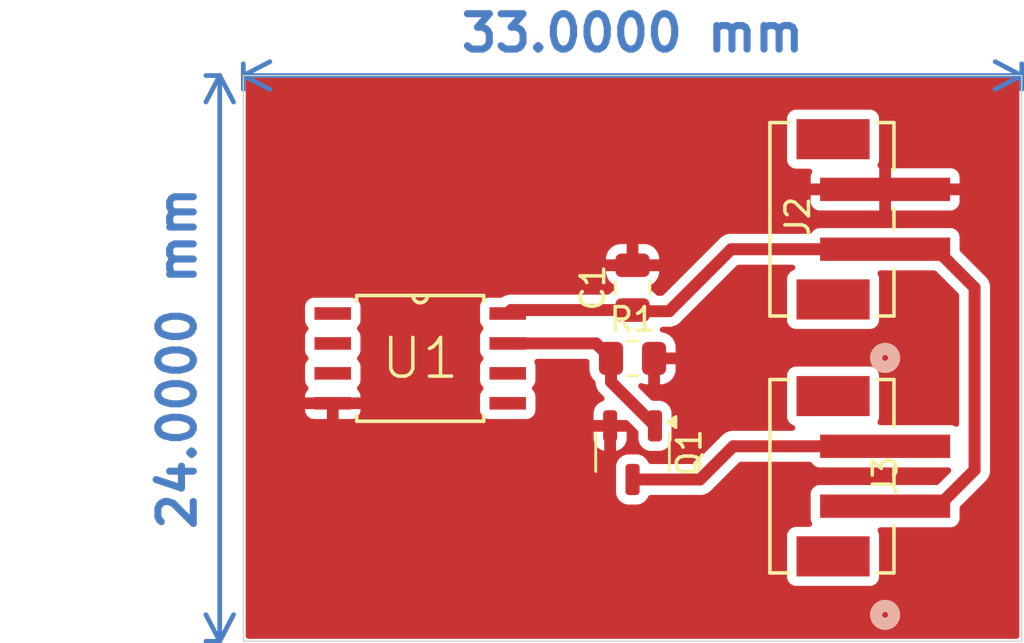
<source format=kicad_pcb>
(kicad_pcb (version 20240108) (generator "pcbnew") (generator_version "8.0")
  (layers (0 "F.Cu" signal) (31 "B.Cu" signal) (34 "B.Paste" user) (35 "F.Paste" user) (36 "B.SilkS" user "B.Silkscreen") (37 "F.SilkS" user "F.Silkscreen") (38 "B.Mask" user) (39 "F.Mask" user) (44 "Edge.Cuts" user))
  (net 0 "")
  (net 1 "/Vin")
  (net 2 "GND")
  (net 3 "/analog_read")
  (net 4 "Net-(Q1-D)")
  (net 5 "/signal")
  (net 6 "/buzzer")
  (footprint "Capacitor_SMD:C_0805_2012Metric" (layer "F.Cu") (at 52 31.5 90)
    (property "Reference" "C1" (at 0 -1.68 -90) (layer "F.SilkS"))
    (property "Value" "2.2uF")
    (fp_line (start -0.261252 -0.735) (end 0.261252 -0.735) (stroke (width 0.12)) (layer "F.SilkS"))
    (fp_line (start -0.261252 0.735) (end 0.261252 0.735) (stroke (width 0.12)) (layer "F.SilkS"))
    (pad "1" smd roundrect (at -0.95 0 90) (size 1 1.45) (layers "F.Cu" "F.Paste" "F.Mask") (net 1 "/Vin"))
    (pad "2" smd roundrect (at 0.95 0 90) (size 1 1.45) (layers "F.Cu" "F.Paste" "F.Mask") (net 2 "GND"))
  )
  (footprint "attiny85:ATTINY85-20SUR" (layer "F.Cu") (at 43 34.5)
    (property "Reference" "U1" (at 0 0 0) (layer "F.SilkS") (effects (font (size 1.642354 1.642354))))
    (property "Value" "ATTINY85-20SUR")
    (fp_line (start -2.6924 -2.667) (end -2.6924 -2.413) (stroke (width 0.1524)) (layer "F.SilkS"))
    (fp_line (start -2.6924 2.413) (end -2.6924 2.667) (stroke (width 0.1524)) (layer "F.SilkS"))
    (fp_line (start -2.6924 2.667) (end 2.6924 2.667) (stroke (width 0.1524)) (layer "F.SilkS"))
    (fp_line (start -0.3048 -2.667) (end -2.6924 -2.667) (stroke (width 0.1524)) (layer "F.SilkS"))
    (fp_line (start 0.3048 -2.667) (end -0.3048 -2.667) (stroke (width 0.1524)) (layer "F.SilkS"))
    (fp_line (start 2.6924 -2.667) (end 0.3048 -2.667) (stroke (width 0.1524)) (layer "F.SilkS"))
    (fp_line (start 2.6924 -2.413) (end 2.6924 -2.667) (stroke (width 0.1524)) (layer "F.SilkS"))
    (fp_line (start 2.6924 2.667) (end 2.6924 2.413) (stroke (width 0.1524)) (layer "F.SilkS"))
    (fp_arc (start 0.3048 -2.667) (mid 0 -2.3622) (end -0.3048 -2.667) (stroke (width 0.1524)) (layer "F.SilkS"))
    (fp_arc (start 0.3048 -2.667) (mid 0 -2.3622) (end -0.3048 -2.667) (stroke (width 0.1524)) (layer "F.SilkS"))
    (pad "1" smd rect (at -3.7084 -1.905) (size 1.5494 0.5334) (layers "F.Cu" "F.Paste" "F.Mask"))
    (pad "2" smd rect (at -3.7084 -0.635) (size 1.5494 0.5334) (layers "F.Cu" "F.Paste" "F.Mask") (net 3 "/analog_read"))
    (pad "3" smd rect (at -3.7084 0.635) (size 1.5494 0.5334) (layers "F.Cu" "F.Paste" "F.Mask"))
    (pad "4" smd rect (at -3.7084 1.905) (size 1.5494 0.5334) (layers "F.Cu" "F.Paste" "F.Mask") (net 2 "GND"))
    (pad "5" smd rect (at 3.7084 1.905) (size 1.5494 0.5334) (layers "F.Cu" "F.Paste" "F.Mask"))
    (pad "6" smd rect (at 3.7084 0.635) (size 1.5494 0.5334) (layers "F.Cu" "F.Paste" "F.Mask") (net 6 "/buzzer"))
    (pad "7" smd rect (at 3.7084 -0.635) (size 1.5494 0.5334) (layers "F.Cu" "F.Paste" "F.Mask") (net 5 "/signal"))
    (pad "8" smd rect (at 3.7084 -1.905) (size 1.5494 0.5334) (layers "F.Cu" "F.Paste" "F.Mask") (net 1 "/Vin"))
  )
  (footprint "Package_TO_SOT_SMD:SOT-23-3" (layer "F.Cu") (at 52 38.5 -90)
    (property "Reference" "Q1" (at 0 -2.4 90) (layer "F.SilkS"))
    (property "Value" "AO3400A")
    (fp_line (start 0 1.56) (end -0.8 1.56) (stroke (width 0.12)) (layer "F.SilkS"))
    (fp_line (start 0 1.56) (end 0.8 1.56) (stroke (width 0.12)) (layer "F.SilkS"))
    (fp_line (start 0 -1.56) (end -0.8 -1.56) (stroke (width 0.12)) (layer "F.SilkS"))
    (fp_line (start 0 -1.56) (end 0.8 -1.56) (stroke (width 0.12)) (layer "F.SilkS"))
    (fp_poly (pts (xy -1.3 -1.51) (xy -1.54 -1.84) (xy -1.06 -1.84) (xy -1.3 -1.51)) (stroke (width 0.12)) (fill solid) (layer "F.SilkS"))
    (pad "1" smd roundrect (at -1.1375 -0.95 270) (size 1.325 0.6) (layers "F.Cu" "F.Paste" "F.Mask") (net 5 "/signal"))
    (pad "2" smd roundrect (at -1.1375 0.95 270) (size 1.325 0.6) (layers "F.Cu" "F.Paste" "F.Mask") (net 2 "GND"))
    (pad "3" smd roundrect (at 1.1375 0 270) (size 1.325 0.6) (layers "F.Cu" "F.Paste" "F.Mask") (net 4 "Net-(Q1-D)"))
  )
  (footprint "Resistor_SMD:R_0805_2012Metric" (layer "F.Cu") (at 52 34.5)
    (property "Reference" "R1" (at 0 -1.65 0) (layer "F.SilkS"))
    (property "Value" "10kOhm")
    (fp_line (start -0.227064 -0.735) (end 0.227064 -0.735) (stroke (width 0.12)) (layer "F.SilkS"))
    (fp_line (start -0.227064 0.735) (end 0.227064 0.735) (stroke (width 0.12)) (layer "F.SilkS"))
    (pad "1" smd roundrect (at -0.9125 0) (size 1.025 1.4) (layers "F.Cu" "F.Paste" "F.Mask") (roundrect_rratio 0.243902) (net 5 "/signal"))
    (pad "2" smd roundrect (at 0.9125 0) (size 1.025 1.4) (layers "F.Cu" "F.Paste" "F.Mask") (roundrect_rratio 0.243902) (net 2 "GND"))
  )
  (footprint "jst_ph:CONN2_B2B-PH-SM4_JST" (layer "F.Cu") (at 60.452901 39.5 90)
    (property "Reference" "J3" (at 0 2.2541 90) (layer "F.SilkS"))
    (property "Value" "B2B-PH-SM4-TBT LFSN" (hide yes))
    (fp_circle (center -5.8801 2.2541) (end -5.4991 2.2541) (stroke (width 0.508)) (fill none) (layer "B.SilkS"))
    (fp_line (start 4.1021 -2.6289) (end -4.1021 -2.6289) (stroke (width 0.1524)) (layer "F.SilkS"))
    (fp_line (start -4.1021 -2.6289) (end -4.1021 -1.835041) (stroke (width 0.1524)) (layer "F.SilkS"))
    (fp_line (start 4.1021 -1.835041) (end 4.1021 -2.6289) (stroke (width 0.1524)) (layer "F.SilkS"))
    (fp_line (start -4.1021 1.929239) (end -4.1021 2.6289) (stroke (width 0.1524)) (layer "F.SilkS"))
    (fp_line (start 4.1021 2.6289) (end 4.1021 1.929239) (stroke (width 0.1524)) (layer "F.SilkS"))
    (fp_line (start 2.09804 2.6289) (end 4.1021 2.6289) (stroke (width 0.1524)) (layer "F.SilkS"))
    (fp_line (start -0.44196 2.6289) (end 0.44196 2.6289) (stroke (width 0.1524)) (layer "F.SilkS"))
    (fp_line (start -4.1021 2.6289) (end -2.09804 2.6289) (stroke (width 0.1524)) (layer "F.SilkS"))
    (fp_circle (center -5.8801 2.2541) (end -5.4991 2.2541) (stroke (width 0.508)) (fill none) (layer "F.SilkS"))
    (pad "1" smd rect (at -1.27 2.2541 90) (size 0.9906 5.5118) (layers "F.Cu" "F.Paste" "F.Mask") (net 1 "/Vin"))
    (pad "2" smd rect (at 1.27 2.2541 90) (size 0.9906 5.5118) (layers "F.Cu" "F.Paste" "F.Mask") (net 4 "Net-(Q1-D)"))
    (pad "3" smd rect (at -3.399998 0.047099 90) (size 1.7018 3.0988) (layers "F.Cu" "F.Paste" "F.Mask"))
    (pad "4" smd rect (at 3.399998 0.047099 90) (size 1.7018 3.0988) (layers "F.Cu" "F.Paste" "F.Mask"))
  )
  (footprint "jst_ph:CONN2_B2B-PH-SM4_JST" (layer "F.Cu") (at 60.452901 28.600002 90)
    (property "Reference" "J2" (at 0.100002 -1.452901 90) (layer "F.SilkS"))
    (property "Value" "B2B-PH-SM4-TBT LFSN" (hide yes))
    (fp_circle (center -5.8801 2.2541) (end -5.4991 2.2541) (stroke (width 0.508)) (fill none) (layer "B.SilkS"))
    (fp_line (start 4.1021 -2.6289) (end -4.1021 -2.6289) (stroke (width 0.1524)) (layer "F.SilkS"))
    (fp_line (start -4.1021 -2.6289) (end -4.1021 -1.835041) (stroke (width 0.1524)) (layer "F.SilkS"))
    (fp_line (start 4.1021 -1.835041) (end 4.1021 -2.6289) (stroke (width 0.1524)) (layer "F.SilkS"))
    (fp_line (start -4.1021 1.929239) (end -4.1021 2.6289) (stroke (width 0.1524)) (layer "F.SilkS"))
    (fp_line (start 4.1021 2.6289) (end 4.1021 1.929239) (stroke (width 0.1524)) (layer "F.SilkS"))
    (fp_line (start 2.09804 2.6289) (end 4.1021 2.6289) (stroke (width 0.1524)) (layer "F.SilkS"))
    (fp_line (start -0.44196 2.6289) (end 0.44196 2.6289) (stroke (width 0.1524)) (layer "F.SilkS"))
    (fp_line (start -4.1021 2.6289) (end -2.09804 2.6289) (stroke (width 0.1524)) (layer "F.SilkS"))
    (fp_circle (center -5.8801 2.2541) (end -5.4991 2.2541) (stroke (width 0.508)) (fill none) (layer "F.SilkS"))
    (pad "1" smd rect (at -1.27 2.2541 90) (size 0.9906 5.5118) (layers "F.Cu" "F.Paste" "F.Mask") (net 1 "/Vin"))
    (pad "2" smd rect (at 1.27 2.2541 90) (size 0.9906 5.5118) (layers "F.Cu" "F.Paste" "F.Mask") (net 2 "GND"))
    (pad "3" smd rect (at -3.399998 0.047099 90) (size 1.7018 3.0988) (layers "F.Cu" "F.Paste" "F.Mask"))
    (pad "4" smd rect (at 3.399998 0.047099 90) (size 1.7018 3.0988) (layers "F.Cu" "F.Paste" "F.Mask"))
  )
  (gr_rect (start 35.5 22.5) (end 68.5 46.5) (stroke (width 0.05)) (fill none) (layer "Edge.Cuts"))
  (dimension (type aligned) (layer "B.Cu") (pts (xy 35 22.5) (xy 35 46.5)) (height 0.5) (gr_text "24.0000 mm" (at 32.7 34.5 90) (layer "B.Cu") (effects (font (size 1.5 1.5) (thickness 0.3)))) (format (prefix "") (suffix "") (units 3) (units_format 1) (precision 4)) (style (thickness 0.2) (arrow_length 1.27) (text_position_mode 0) (extension_height 0.58642) (extension_offset 0.5) keep_text_aligned))
  (dimension (type aligned) (layer "B.Cu") (pts (xy 35.5 21.5) (xy 68.5 21.5)) (height 1) (gr_text "33.0000 mm" (at 52 20.7 0) (layer "B.Cu") (effects (font (size 1.5 1.5) (thickness 0.3)))) (format (prefix "") (suffix "") (units 3) (units_format 1) (precision 4)) (style (thickness 0.2) (arrow_length 1.27) (text_position_mode 0) (extension_height 0.58642) (extension_offset 0.5) keep_text_aligned))
  (segment (start 52 32.45) (end 46.8534 32.45) (width 0.508) (layer "F.Cu") (net 1))
  (segment (start 66.5 31.5) (end 64.870002 29.870002) (width 0.508) (layer "F.Cu") (net 1))
  (segment (start 46.8534 32.45) (end 46.7084 32.595) (width 0.508) (layer "F.Cu") (net 1))
  (segment (start 64.870002 29.870002) (end 62.707001 29.870002) (width 0.508) (layer "F.Cu") (net 1))
  (segment (start 64.967601 40.77) (end 66.5 39.237601) (width 0.508) (layer "F.Cu") (net 1))
  (segment (start 56.179998 29.870002) (end 53.55 32.5) (width 0.508) (layer "F.Cu") (net 1))
  (segment (start 53.55 32.5) (end 52.05 32.5) (width 0.508) (layer "F.Cu") (net 1))
  (segment (start 66.5 39.237601) (end 66.5 31.5) (width 0.508) (layer "F.Cu") (net 1))
  (segment (start 62.707001 29.870002) (end 56.179998 29.870002) (width 0.508) (layer "F.Cu") (net 1))
  (segment (start 62.707001 40.77) (end 64.967601 40.77) (width 0.508) (layer "F.Cu") (net 1))
  (segment (start 52.05 32.5) (end 52 32.45) (width 0.508) (layer "F.Cu") (net 1))
  (segment (start 54.8625 39.6375) (end 56.27 38.23) (width 0.508) (layer "F.Cu") (net 4))
  (segment (start 52 39.6375) (end 54.8625 39.6375) (width 0.508) (layer "F.Cu") (net 4))
  (segment (start 56.27 38.23) (end 62.707001 38.23) (width 0.508) (layer "F.Cu") (net 4))
  (segment (start 46.7084 33.865) (end 50.4525 33.865) (width 0.508) (layer "F.Cu") (net 5))
  (segment (start 50.4525 33.865) (end 51.0875 34.5) (width 0.508) (layer "F.Cu") (net 5))
  (segment (start 51.0875 34.5) (end 51.0875 35.5) (width 0.508) (layer "F.Cu") (net 5))
  (segment (start 51.0875 35.5) (end 52.95 37.3625) (width 0.508) (layer "F.Cu") (net 5))
  (zone (net 2) (net_name "GND") (layer "F.Cu") (connect_pads (clearance 0.4)) (min_thickness 0.25) (fill yes (thermal_gap 0.4) (thermal_bridge_width 0.5))
    (polygon (pts (xy 68.5 22.5) (xy 68.5 46.5) (xy 35.5 46.5) (xy 35.5 22.5)))
  )
)
</source>
